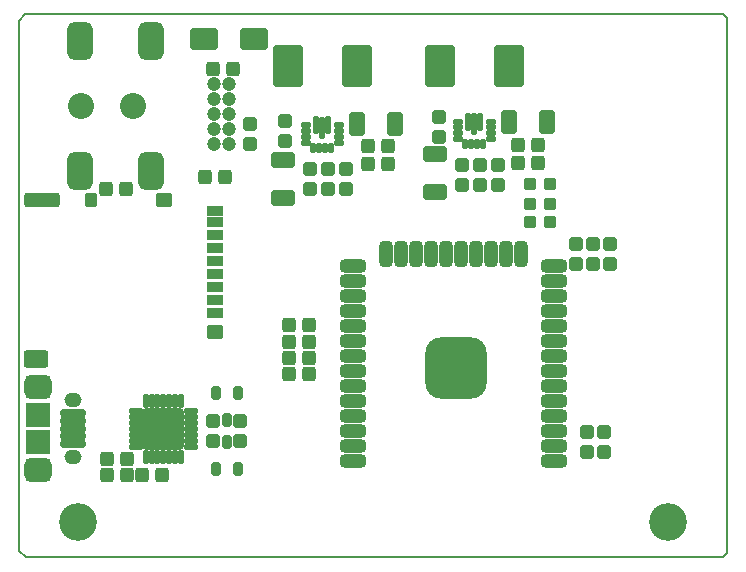
<source format=gts>
G04*
G04 #@! TF.GenerationSoftware,Altium Limited,Altium Designer,20.2.4 (192)*
G04*
G04 Layer_Color=8388736*
%FSLAX25Y25*%
%MOIN*%
G70*
G04*
G04 #@! TF.SameCoordinates,E48B743E-56E7-44FA-BC68-CEDDD1A44BF1*
G04*
G04*
G04 #@! TF.FilePolarity,Negative*
G04*
G01*
G75*
%ADD14C,0.00600*%
G04:AMPARAMS|DCode=43|XSize=126.11mil|YSize=86.74mil|CornerRadius=23.68mil|HoleSize=0mil|Usage=FLASHONLY|Rotation=270.000|XOffset=0mil|YOffset=0mil|HoleType=Round|Shape=RoundedRectangle|*
%AMROUNDEDRECTD43*
21,1,0.12611,0.03937,0,0,270.0*
21,1,0.07874,0.08674,0,0,270.0*
1,1,0.04737,-0.01968,-0.03937*
1,1,0.04737,-0.01968,0.03937*
1,1,0.04737,0.01968,0.03937*
1,1,0.04737,0.01968,-0.03937*
%
%ADD43ROUNDEDRECTD43*%
%ADD44R,0.08280X0.07887*%
G04:AMPARAMS|DCode=45|XSize=23.75mil|YSize=86.74mil|CornerRadius=7.94mil|HoleSize=0mil|Usage=FLASHONLY|Rotation=270.000|XOffset=0mil|YOffset=0mil|HoleType=Round|Shape=RoundedRectangle|*
%AMROUNDEDRECTD45*
21,1,0.02375,0.07087,0,0,270.0*
21,1,0.00787,0.08674,0,0,270.0*
1,1,0.01587,-0.03543,-0.00394*
1,1,0.01587,-0.03543,0.00394*
1,1,0.01587,0.03543,0.00394*
1,1,0.01587,0.03543,-0.00394*
%
%ADD45ROUNDEDRECTD45*%
G04:AMPARAMS|DCode=46|XSize=47.37mil|YSize=43.43mil|CornerRadius=8.43mil|HoleSize=0mil|Usage=FLASHONLY|Rotation=90.000|XOffset=0mil|YOffset=0mil|HoleType=Round|Shape=RoundedRectangle|*
%AMROUNDEDRECTD46*
21,1,0.04737,0.02657,0,0,90.0*
21,1,0.03051,0.04343,0,0,90.0*
1,1,0.01686,0.01329,0.01526*
1,1,0.01686,0.01329,-0.01526*
1,1,0.01686,-0.01329,-0.01526*
1,1,0.01686,-0.01329,0.01526*
%
%ADD46ROUNDEDRECTD46*%
G04:AMPARAMS|DCode=47|XSize=47.37mil|YSize=19.81mil|CornerRadius=5.48mil|HoleSize=0mil|Usage=FLASHONLY|Rotation=0.000|XOffset=0mil|YOffset=0mil|HoleType=Round|Shape=RoundedRectangle|*
%AMROUNDEDRECTD47*
21,1,0.04737,0.00886,0,0,0.0*
21,1,0.03642,0.01981,0,0,0.0*
1,1,0.01095,0.01821,-0.00443*
1,1,0.01095,-0.01821,-0.00443*
1,1,0.01095,-0.01821,0.00443*
1,1,0.01095,0.01821,0.00443*
%
%ADD47ROUNDEDRECTD47*%
G04:AMPARAMS|DCode=48|XSize=47.37mil|YSize=19.81mil|CornerRadius=5.48mil|HoleSize=0mil|Usage=FLASHONLY|Rotation=90.000|XOffset=0mil|YOffset=0mil|HoleType=Round|Shape=RoundedRectangle|*
%AMROUNDEDRECTD48*
21,1,0.04737,0.00886,0,0,90.0*
21,1,0.03642,0.01981,0,0,90.0*
1,1,0.01095,0.00443,0.01821*
1,1,0.01095,0.00443,-0.01821*
1,1,0.01095,-0.00443,-0.01821*
1,1,0.01095,-0.00443,0.01821*
%
%ADD48ROUNDEDRECTD48*%
G04:AMPARAMS|DCode=49|XSize=139.89mil|YSize=139.89mil|CornerRadius=13.89mil|HoleSize=0mil|Usage=FLASHONLY|Rotation=90.000|XOffset=0mil|YOffset=0mil|HoleType=Round|Shape=RoundedRectangle|*
%AMROUNDEDRECTD49*
21,1,0.13989,0.11211,0,0,90.0*
21,1,0.11211,0.13989,0,0,90.0*
1,1,0.02778,0.05605,0.05605*
1,1,0.02778,0.05605,-0.05605*
1,1,0.02778,-0.05605,-0.05605*
1,1,0.02778,-0.05605,0.05605*
%
%ADD49ROUNDEDRECTD49*%
G04:AMPARAMS|DCode=50|XSize=31.62mil|YSize=47.37mil|CornerRadius=6.95mil|HoleSize=0mil|Usage=FLASHONLY|Rotation=0.000|XOffset=0mil|YOffset=0mil|HoleType=Round|Shape=RoundedRectangle|*
%AMROUNDEDRECTD50*
21,1,0.03162,0.03347,0,0,0.0*
21,1,0.01772,0.04737,0,0,0.0*
1,1,0.01391,0.00886,-0.01673*
1,1,0.01391,-0.00886,-0.01673*
1,1,0.01391,-0.00886,0.01673*
1,1,0.01391,0.00886,0.01673*
%
%ADD50ROUNDEDRECTD50*%
G04:AMPARAMS|DCode=51|XSize=47.37mil|YSize=43.43mil|CornerRadius=8.43mil|HoleSize=0mil|Usage=FLASHONLY|Rotation=180.000|XOffset=0mil|YOffset=0mil|HoleType=Round|Shape=RoundedRectangle|*
%AMROUNDEDRECTD51*
21,1,0.04737,0.02657,0,0,180.0*
21,1,0.03051,0.04343,0,0,180.0*
1,1,0.01686,-0.01526,0.01329*
1,1,0.01686,0.01526,0.01329*
1,1,0.01686,0.01526,-0.01329*
1,1,0.01686,-0.01526,-0.01329*
%
%ADD51ROUNDEDRECTD51*%
G04:AMPARAMS|DCode=52|XSize=39.5mil|YSize=39.5mil|CornerRadius=7.94mil|HoleSize=0mil|Usage=FLASHONLY|Rotation=180.000|XOffset=0mil|YOffset=0mil|HoleType=Round|Shape=RoundedRectangle|*
%AMROUNDEDRECTD52*
21,1,0.03950,0.02362,0,0,180.0*
21,1,0.02362,0.03950,0,0,180.0*
1,1,0.01587,-0.01181,0.01181*
1,1,0.01587,0.01181,0.01181*
1,1,0.01587,0.01181,-0.01181*
1,1,0.01587,-0.01181,-0.01181*
%
%ADD52ROUNDEDRECTD52*%
G04:AMPARAMS|DCode=53|XSize=86.74mil|YSize=43.43mil|CornerRadius=12.86mil|HoleSize=0mil|Usage=FLASHONLY|Rotation=180.000|XOffset=0mil|YOffset=0mil|HoleType=Round|Shape=RoundedRectangle|*
%AMROUNDEDRECTD53*
21,1,0.08674,0.01772,0,0,180.0*
21,1,0.06102,0.04343,0,0,180.0*
1,1,0.02572,-0.03051,0.00886*
1,1,0.02572,0.03051,0.00886*
1,1,0.02572,0.03051,-0.00886*
1,1,0.02572,-0.03051,-0.00886*
%
%ADD53ROUNDEDRECTD53*%
G04:AMPARAMS|DCode=54|XSize=86.74mil|YSize=43.43mil|CornerRadius=12.86mil|HoleSize=0mil|Usage=FLASHONLY|Rotation=270.000|XOffset=0mil|YOffset=0mil|HoleType=Round|Shape=RoundedRectangle|*
%AMROUNDEDRECTD54*
21,1,0.08674,0.01772,0,0,270.0*
21,1,0.06102,0.04343,0,0,270.0*
1,1,0.02572,-0.00886,-0.03051*
1,1,0.02572,-0.00886,0.03051*
1,1,0.02572,0.00886,0.03051*
1,1,0.02572,0.00886,-0.03051*
%
%ADD54ROUNDEDRECTD54*%
G04:AMPARAMS|DCode=55|XSize=204.85mil|YSize=204.85mil|CornerRadius=53.21mil|HoleSize=0mil|Usage=FLASHONLY|Rotation=180.000|XOffset=0mil|YOffset=0mil|HoleType=Round|Shape=RoundedRectangle|*
%AMROUNDEDRECTD55*
21,1,0.20485,0.09843,0,0,180.0*
21,1,0.09843,0.20485,0,0,180.0*
1,1,0.10642,-0.04921,0.04921*
1,1,0.10642,0.04921,0.04921*
1,1,0.10642,0.04921,-0.04921*
1,1,0.10642,-0.04921,-0.04921*
%
%ADD55ROUNDEDRECTD55*%
G04:AMPARAMS|DCode=56|XSize=141.86mil|YSize=102.49mil|CornerRadius=15.81mil|HoleSize=0mil|Usage=FLASHONLY|Rotation=90.000|XOffset=0mil|YOffset=0mil|HoleType=Round|Shape=RoundedRectangle|*
%AMROUNDEDRECTD56*
21,1,0.14186,0.07087,0,0,90.0*
21,1,0.11024,0.10249,0,0,90.0*
1,1,0.03162,0.03543,0.05512*
1,1,0.03162,0.03543,-0.05512*
1,1,0.03162,-0.03543,-0.05512*
1,1,0.03162,-0.03543,0.05512*
%
%ADD56ROUNDEDRECTD56*%
%ADD57R,0.01784X0.01981*%
G04:AMPARAMS|DCode=58|XSize=31.62mil|YSize=19.81mil|CornerRadius=5.48mil|HoleSize=0mil|Usage=FLASHONLY|Rotation=180.000|XOffset=0mil|YOffset=0mil|HoleType=Round|Shape=RoundedRectangle|*
%AMROUNDEDRECTD58*
21,1,0.03162,0.00886,0,0,180.0*
21,1,0.02067,0.01981,0,0,180.0*
1,1,0.01095,-0.01034,0.00443*
1,1,0.01095,0.01034,0.00443*
1,1,0.01095,0.01034,-0.00443*
1,1,0.01095,-0.01034,-0.00443*
%
%ADD58ROUNDEDRECTD58*%
G04:AMPARAMS|DCode=59|XSize=61.15mil|YSize=19.81mil|CornerRadius=5.48mil|HoleSize=0mil|Usage=FLASHONLY|Rotation=90.000|XOffset=0mil|YOffset=0mil|HoleType=Round|Shape=RoundedRectangle|*
%AMROUNDEDRECTD59*
21,1,0.06115,0.00886,0,0,90.0*
21,1,0.05020,0.01981,0,0,90.0*
1,1,0.01095,0.00443,0.02510*
1,1,0.01095,0.00443,-0.02510*
1,1,0.01095,-0.00443,-0.02510*
1,1,0.01095,-0.00443,0.02510*
%
%ADD59ROUNDEDRECTD59*%
G04:AMPARAMS|DCode=60|XSize=74.93mil|YSize=19.81mil|CornerRadius=5.48mil|HoleSize=0mil|Usage=FLASHONLY|Rotation=90.000|XOffset=0mil|YOffset=0mil|HoleType=Round|Shape=RoundedRectangle|*
%AMROUNDEDRECTD60*
21,1,0.07493,0.00886,0,0,90.0*
21,1,0.06398,0.01981,0,0,90.0*
1,1,0.01095,0.00443,0.03199*
1,1,0.01095,0.00443,-0.03199*
1,1,0.01095,-0.00443,-0.03199*
1,1,0.01095,-0.00443,0.03199*
%
%ADD60ROUNDEDRECTD60*%
G04:AMPARAMS|DCode=61|XSize=31.62mil|YSize=19.81mil|CornerRadius=5.48mil|HoleSize=0mil|Usage=FLASHONLY|Rotation=90.000|XOffset=0mil|YOffset=0mil|HoleType=Round|Shape=RoundedRectangle|*
%AMROUNDEDRECTD61*
21,1,0.03162,0.00886,0,0,90.0*
21,1,0.02067,0.01981,0,0,90.0*
1,1,0.01095,0.00443,0.01034*
1,1,0.01095,0.00443,-0.01034*
1,1,0.01095,-0.00443,-0.01034*
1,1,0.01095,-0.00443,0.01034*
%
%ADD61ROUNDEDRECTD61*%
G04:AMPARAMS|DCode=62|XSize=90.68mil|YSize=70.99mil|CornerRadius=7.15mil|HoleSize=0mil|Usage=FLASHONLY|Rotation=180.000|XOffset=0mil|YOffset=0mil|HoleType=Round|Shape=RoundedRectangle|*
%AMROUNDEDRECTD62*
21,1,0.09068,0.05669,0,0,180.0*
21,1,0.07638,0.07099,0,0,180.0*
1,1,0.01430,-0.03819,0.02835*
1,1,0.01430,0.03819,0.02835*
1,1,0.01430,0.03819,-0.02835*
1,1,0.01430,-0.03819,-0.02835*
%
%ADD62ROUNDEDRECTD62*%
G04:AMPARAMS|DCode=63|XSize=82.8mil|YSize=59.18mil|CornerRadius=10.4mil|HoleSize=0mil|Usage=FLASHONLY|Rotation=0.000|XOffset=0mil|YOffset=0mil|HoleType=Round|Shape=RoundedRectangle|*
%AMROUNDEDRECTD63*
21,1,0.08280,0.03839,0,0,0.0*
21,1,0.06201,0.05918,0,0,0.0*
1,1,0.02080,0.03100,-0.01919*
1,1,0.02080,-0.03100,-0.01919*
1,1,0.02080,-0.03100,0.01919*
1,1,0.02080,0.03100,0.01919*
%
%ADD63ROUNDEDRECTD63*%
G04:AMPARAMS|DCode=64|XSize=118.24mil|YSize=47.37mil|CornerRadius=8.92mil|HoleSize=0mil|Usage=FLASHONLY|Rotation=0.000|XOffset=0mil|YOffset=0mil|HoleType=Round|Shape=RoundedRectangle|*
%AMROUNDEDRECTD64*
21,1,0.11824,0.02953,0,0,0.0*
21,1,0.10039,0.04737,0,0,0.0*
1,1,0.01784,0.05020,-0.01476*
1,1,0.01784,-0.05020,-0.01476*
1,1,0.01784,-0.05020,0.01476*
1,1,0.01784,0.05020,0.01476*
%
%ADD64ROUNDEDRECTD64*%
G04:AMPARAMS|DCode=65|XSize=47.37mil|YSize=39.5mil|CornerRadius=7.94mil|HoleSize=0mil|Usage=FLASHONLY|Rotation=270.000|XOffset=0mil|YOffset=0mil|HoleType=Round|Shape=RoundedRectangle|*
%AMROUNDEDRECTD65*
21,1,0.04737,0.02362,0,0,270.0*
21,1,0.03150,0.03950,0,0,270.0*
1,1,0.01587,-0.01181,-0.01575*
1,1,0.01587,-0.01181,0.01575*
1,1,0.01587,0.01181,0.01575*
1,1,0.01587,0.01181,-0.01575*
%
%ADD65ROUNDEDRECTD65*%
G04:AMPARAMS|DCode=66|XSize=55.24mil|YSize=47.37mil|CornerRadius=8.92mil|HoleSize=0mil|Usage=FLASHONLY|Rotation=0.000|XOffset=0mil|YOffset=0mil|HoleType=Round|Shape=RoundedRectangle|*
%AMROUNDEDRECTD66*
21,1,0.05524,0.02953,0,0,0.0*
21,1,0.03740,0.04737,0,0,0.0*
1,1,0.01784,0.01870,-0.01476*
1,1,0.01784,-0.01870,-0.01476*
1,1,0.01784,-0.01870,0.01476*
1,1,0.01784,0.01870,0.01476*
%
%ADD66ROUNDEDRECTD66*%
G04:AMPARAMS|DCode=67|XSize=55.24mil|YSize=35.56mil|CornerRadius=7.45mil|HoleSize=0mil|Usage=FLASHONLY|Rotation=0.000|XOffset=0mil|YOffset=0mil|HoleType=Round|Shape=RoundedRectangle|*
%AMROUNDEDRECTD67*
21,1,0.05524,0.02067,0,0,0.0*
21,1,0.04035,0.03556,0,0,0.0*
1,1,0.01489,0.02018,-0.01034*
1,1,0.01489,-0.02018,-0.01034*
1,1,0.01489,-0.02018,0.01034*
1,1,0.01489,0.02018,0.01034*
%
%ADD67ROUNDEDRECTD67*%
G04:AMPARAMS|DCode=68|XSize=78.87mil|YSize=53.28mil|CornerRadius=9.66mil|HoleSize=0mil|Usage=FLASHONLY|Rotation=90.000|XOffset=0mil|YOffset=0mil|HoleType=Round|Shape=RoundedRectangle|*
%AMROUNDEDRECTD68*
21,1,0.07887,0.03396,0,0,90.0*
21,1,0.05955,0.05328,0,0,90.0*
1,1,0.01932,0.01698,0.02977*
1,1,0.01932,0.01698,-0.02977*
1,1,0.01932,-0.01698,-0.02977*
1,1,0.01932,-0.01698,0.02977*
%
%ADD68ROUNDEDRECTD68*%
G04:AMPARAMS|DCode=69|XSize=78.87mil|YSize=53.28mil|CornerRadius=9.66mil|HoleSize=0mil|Usage=FLASHONLY|Rotation=0.000|XOffset=0mil|YOffset=0mil|HoleType=Round|Shape=RoundedRectangle|*
%AMROUNDEDRECTD69*
21,1,0.07887,0.03396,0,0,0.0*
21,1,0.05955,0.05328,0,0,0.0*
1,1,0.01932,0.02977,-0.01698*
1,1,0.01932,-0.02977,-0.01698*
1,1,0.01932,-0.02977,0.01698*
1,1,0.01932,0.02977,0.01698*
%
%ADD69ROUNDEDRECTD69*%
%ADD70C,0.12611*%
%ADD71C,0.08674*%
%ADD72C,0.04737*%
G04:AMPARAMS|DCode=73|XSize=90.68mil|YSize=82.8mil|CornerRadius=22.7mil|HoleSize=0mil|Usage=FLASHONLY|Rotation=180.000|XOffset=0mil|YOffset=0mil|HoleType=Round|Shape=RoundedRectangle|*
%AMROUNDEDRECTD73*
21,1,0.09068,0.03740,0,0,180.0*
21,1,0.04528,0.08280,0,0,180.0*
1,1,0.04540,-0.02264,0.01870*
1,1,0.04540,0.02264,0.01870*
1,1,0.04540,0.02264,-0.01870*
1,1,0.04540,-0.02264,-0.01870*
%
%ADD73ROUNDEDRECTD73*%
G04:AMPARAMS|DCode=74|XSize=57.21mil|YSize=49.34mil|CornerRadius=24.67mil|HoleSize=0mil|Usage=FLASHONLY|Rotation=180.000|XOffset=0mil|YOffset=0mil|HoleType=Round|Shape=RoundedRectangle|*
%AMROUNDEDRECTD74*
21,1,0.05721,0.00000,0,0,180.0*
21,1,0.00787,0.04934,0,0,180.0*
1,1,0.04934,-0.00394,0.00000*
1,1,0.04934,0.00394,0.00000*
1,1,0.04934,0.00394,0.00000*
1,1,0.04934,-0.00394,0.00000*
%
%ADD74ROUNDEDRECTD74*%
G36*
X22187Y37553D02*
Y48553D01*
X14187D01*
Y37553D01*
X22187D01*
D02*
G37*
D14*
X234651Y112D02*
X236221Y1683D01*
X1Y179001D02*
X2200Y181200D01*
X2288Y112D02*
X234651D01*
X1Y2399D02*
X2288Y112D01*
X2200Y181200D02*
X234862D01*
X236221Y179841D01*
X1Y2399D02*
Y179001D01*
X236221Y1683D02*
Y179841D01*
D43*
X20346Y128829D02*
D03*
X43968D02*
D03*
Y172135D02*
D03*
X20346D02*
D03*
D44*
X6313Y38526D02*
D03*
Y47581D02*
D03*
D45*
X18124Y48171D02*
D03*
Y45612D02*
D03*
Y43053D02*
D03*
Y40494D02*
D03*
Y37935D02*
D03*
D46*
X36009Y27682D02*
D03*
X29316D02*
D03*
X29039Y122823D02*
D03*
X35731D02*
D03*
X41216Y27682D02*
D03*
X47909D02*
D03*
X71409Y162882D02*
D03*
X64716D02*
D03*
X36009Y32882D02*
D03*
X29316D02*
D03*
X96943Y61128D02*
D03*
X90250D02*
D03*
X96924Y72081D02*
D03*
X90231D02*
D03*
X96905Y66548D02*
D03*
X90212D02*
D03*
X96943Y77561D02*
D03*
X90250D02*
D03*
X123009Y131182D02*
D03*
X116316D02*
D03*
X173009Y137682D02*
D03*
X166316D02*
D03*
X62016Y126982D02*
D03*
X68709D02*
D03*
X173009Y131582D02*
D03*
X166316D02*
D03*
X123009Y137182D02*
D03*
X116316D02*
D03*
D47*
X38977Y48906D02*
D03*
Y46938D02*
D03*
Y44969D02*
D03*
Y43001D02*
D03*
Y41032D02*
D03*
Y39064D02*
D03*
Y37095D02*
D03*
X57481D02*
D03*
Y39064D02*
D03*
Y41032D02*
D03*
Y43001D02*
D03*
Y44969D02*
D03*
Y46938D02*
D03*
Y48906D02*
D03*
D48*
X42324Y33749D02*
D03*
X44292D02*
D03*
X46261D02*
D03*
X48229D02*
D03*
X50198D02*
D03*
X52166D02*
D03*
X54135D02*
D03*
Y52253D02*
D03*
X52166D02*
D03*
X50198D02*
D03*
X48229D02*
D03*
X46261D02*
D03*
X44292D02*
D03*
X42324D02*
D03*
D49*
X48229Y43001D02*
D03*
D50*
X65622Y29627D02*
D03*
X73102D02*
D03*
X69362Y38682D02*
D03*
X73202Y54882D02*
D03*
X65722D02*
D03*
X69462Y45827D02*
D03*
D51*
X64762Y38808D02*
D03*
Y45501D02*
D03*
X73762Y45501D02*
D03*
Y38808D02*
D03*
X97162Y122836D02*
D03*
Y129528D02*
D03*
X88862Y145528D02*
D03*
Y138836D02*
D03*
X159756Y130883D02*
D03*
Y124190D02*
D03*
X140062Y146828D02*
D03*
Y140136D02*
D03*
X189562Y41975D02*
D03*
Y35282D02*
D03*
X191410Y104743D02*
D03*
Y98050D02*
D03*
X185862Y104728D02*
D03*
Y98036D02*
D03*
X195162Y35236D02*
D03*
Y41928D02*
D03*
X196962Y104728D02*
D03*
Y98036D02*
D03*
X77162Y144528D02*
D03*
Y137836D02*
D03*
X147662Y124235D02*
D03*
Y130928D02*
D03*
X153696Y124199D02*
D03*
Y130892D02*
D03*
X103162Y122836D02*
D03*
Y129528D02*
D03*
X109162D02*
D03*
Y122836D02*
D03*
D52*
X170569Y117982D02*
D03*
X177262D02*
D03*
X170516Y124482D02*
D03*
X177209D02*
D03*
X170516Y111782D02*
D03*
X177209D02*
D03*
D53*
X178349Y32189D02*
D03*
Y37189D02*
D03*
Y42189D02*
D03*
Y47189D02*
D03*
Y52189D02*
D03*
Y57189D02*
D03*
Y62189D02*
D03*
Y67189D02*
D03*
Y72189D02*
D03*
Y77189D02*
D03*
Y82189D02*
D03*
Y87189D02*
D03*
Y92189D02*
D03*
Y97189D02*
D03*
X111420D02*
D03*
Y92189D02*
D03*
Y87189D02*
D03*
Y82189D02*
D03*
Y77189D02*
D03*
Y72189D02*
D03*
Y67189D02*
D03*
Y62189D02*
D03*
Y57189D02*
D03*
Y52189D02*
D03*
Y47189D02*
D03*
Y42189D02*
D03*
Y37189D02*
D03*
Y32189D02*
D03*
D54*
X167384Y101126D02*
D03*
X162384D02*
D03*
X157384D02*
D03*
X152384D02*
D03*
X147384D02*
D03*
X142384D02*
D03*
X137384D02*
D03*
X132384D02*
D03*
X127384D02*
D03*
X122384D02*
D03*
D55*
X145662Y63282D02*
D03*
D56*
X163394Y163920D02*
D03*
X140559D02*
D03*
X112680Y163982D02*
D03*
X89845D02*
D03*
D57*
X147028Y144435D02*
D03*
X156673D02*
D03*
X96351Y143135D02*
D03*
X105997D02*
D03*
D58*
X146338Y139514D02*
D03*
Y141482D02*
D03*
Y143450D02*
D03*
Y145419D02*
D03*
X157362D02*
D03*
Y143450D02*
D03*
Y141482D02*
D03*
Y139514D02*
D03*
X95662Y138214D02*
D03*
Y140182D02*
D03*
Y142150D02*
D03*
Y144119D02*
D03*
X106686D02*
D03*
Y142150D02*
D03*
Y140182D02*
D03*
Y138214D02*
D03*
D59*
X149882Y145419D02*
D03*
X153819D02*
D03*
X99205Y144119D02*
D03*
X103142D02*
D03*
D60*
X151850Y144730D02*
D03*
X101174Y143430D02*
D03*
D61*
X154803Y137840D02*
D03*
X152835D02*
D03*
X150866D02*
D03*
X148898D02*
D03*
X104127Y136540D02*
D03*
X102158D02*
D03*
X100190D02*
D03*
X98221D02*
D03*
D62*
X78430Y173082D02*
D03*
X61894D02*
D03*
D63*
X5853Y66110D02*
D03*
D64*
X7629Y119260D02*
D03*
D65*
X23968D02*
D03*
D66*
X48373D02*
D03*
X65302Y75362D02*
D03*
D67*
Y115520D02*
D03*
Y111779D02*
D03*
Y107449D02*
D03*
Y103118D02*
D03*
Y98787D02*
D03*
Y94457D02*
D03*
Y90126D02*
D03*
Y85795D02*
D03*
Y81464D02*
D03*
D68*
X176061Y145282D02*
D03*
X163463D02*
D03*
X125461Y144682D02*
D03*
X112863D02*
D03*
D69*
X138736Y121965D02*
D03*
Y134563D02*
D03*
X88262Y119983D02*
D03*
Y132581D02*
D03*
D70*
X216535Y11811D02*
D03*
X19685D02*
D03*
D71*
X38062Y150482D02*
D03*
X20739D02*
D03*
D72*
X69962Y137782D02*
D03*
X64962D02*
D03*
X69962Y142782D02*
D03*
X64962D02*
D03*
X69962Y147782D02*
D03*
X64962D02*
D03*
X69962Y152782D02*
D03*
X64962D02*
D03*
X69962Y157782D02*
D03*
X64962D02*
D03*
D73*
X6313Y56882D02*
D03*
Y29225D02*
D03*
D74*
X18124Y52601D02*
D03*
Y33506D02*
D03*
M02*

</source>
